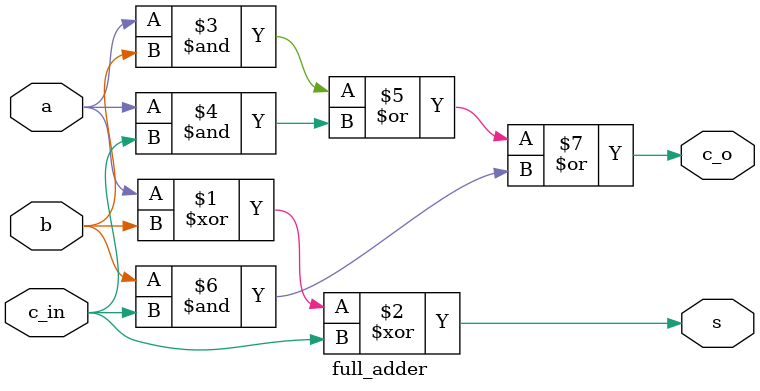
<source format=sv>

module full_adder (
  input logic     a,
  input logic     b,
  input logic     c_in,
  output logic    s,
  output logic    c_o
);


  assign s = a ^ b ^ c_in;
  assign c_o = (a & b) | (a & c_in) | (b & c_in);
	
endmodule

</source>
